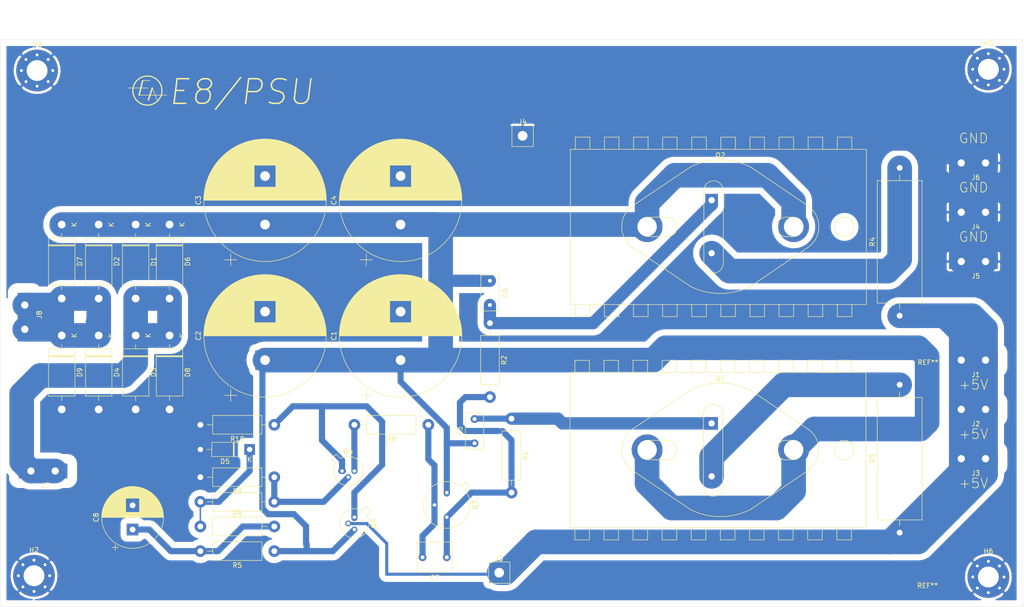
<source format=kicad_pcb>
(kicad_pcb (version 20171130) (host pcbnew "(5.1.10-1-10_14)")
  (layers (0 F.Cu signal) (31 B.Cu signal) (34 B.Paste user) (35 F.Paste user) (36 B.SilkS user) (37 F.SilkS user) (38 B.Mask user) (39 F.Mask user) (44 Edge.Cuts user))
  (net 0 "")
  (net 1 "Net-(C1-Pad1)")
  (net 2 "Net-(C5-Pad2)")
  (net 3 "Net-(C6-Pad2)")
  (net 4 "Net-(C7-Pad1)")
  (net 5 "Net-(C7-Pad2)")
  (net 6 "Net-(C8-Pad1)")
  (net 7 "Net-(D1-Pad2)")
  (net 8 "Net-(D2-Pad2)")
  (net 9 "Net-(D5-Pad1)")
  (net 10 +5V)
  (net 11 "Net-(Q1-Pad2)")
  (net 12 "Net-(Q2-Pad2)")
  (net 13 "Net-(Q4-Pad1)")
  (net 14 "Net-(Q4-Pad2)")
  (net 15 "Net-(Q4-Pad3)")
  (net 16 GND)
  (module Diode_THT:D_DO-201AD_P15.24mm_Horizontal (layer F.Cu) (at 40.64 106.68 270)
    (fp_text reference D9 (at 7.62 -3.72 90) (layer F.SilkS))
    (fp_text value 1N5404)
    (fp_text user K (at 0 -2.6 90) (layer F.SilkS))
    (pad 2 thru_hole oval (at 15.24 0 270) (size 3.2 3.2) (drill 1.6) (layers *.Cu *.Mask) (net 16 GND))
    (pad 1 thru_hole rect (at 0 0 270) (size 3.2 3.2) (drill 1.6) (layers *.Cu *.Mask) (net 8 "Net-(D2-Pad2)"))
  )
  (module Diode_THT:D_DO-201AD_P15.24mm_Horizontal (layer F.Cu) (at 62.865 106.68 270)
    (fp_text reference D8 (at 7.62 -3.72 90) (layer F.SilkS))
    (fp_text value 1N5404)
    (fp_text user K (at 0 -2.6 90) (layer F.SilkS))
    (pad 2 thru_hole oval (at 15.24 0 270) (size 3.2 3.2) (drill 1.6) (layers *.Cu *.Mask) (net 16 GND))
    (pad 1 thru_hole rect (at 0 0 270) (size 3.2 3.2) (drill 1.6) (layers *.Cu *.Mask) (net 7 "Net-(D1-Pad2)"))
  )
  (module Diode_THT:D_DO-201AD_P15.24mm_Horizontal (layer F.Cu) (at 40.64 83.82 270)
    (fp_text reference D7 (at 7.62 -3.72 90) (layer F.SilkS))
    (fp_text value 1N5404)
    (fp_text user K (at 0 -2.6 90) (layer F.SilkS))
    (pad 2 thru_hole oval (at 15.24 0 270) (size 3.2 3.2) (drill 1.6) (layers *.Cu *.Mask) (net 8 "Net-(D2-Pad2)"))
    (pad 1 thru_hole rect (at 0 0 270) (size 3.2 3.2) (drill 1.6) (layers *.Cu *.Mask) (net 1 "Net-(C1-Pad1)"))
  )
  (module Diode_THT:D_DO-201AD_P15.24mm_Horizontal (layer F.Cu) (at 62.865 83.82 270)
    (fp_text reference D6 (at 7.62 -3.72 90) (layer F.SilkS))
    (fp_text value 1N5404)
    (fp_text user K (at 0 -2.6 90) (layer F.SilkS))
    (pad 2 thru_hole oval (at 15.24 0 270) (size 3.2 3.2) (drill 1.6) (layers *.Cu *.Mask) (net 7 "Net-(D1-Pad2)"))
    (pad 1 thru_hole rect (at 0 0 270) (size 3.2 3.2) (drill 1.6) (layers *.Cu *.Mask) (net 1 "Net-(C1-Pad1)"))
  )
  (module Diode_THT:D_DO-41_SOD81_P10.16mm_Horizontal (layer F.Cu) (at 79.375 130.175 180)
    (fp_text reference D5 (at 5.08 -2.47) (layer F.SilkS))
    (fp_text value 5.6V)
    (fp_text user K (at 0 -2.1) (layer F.SilkS))
    (pad 2 thru_hole oval (at 10.16 0 180) (size 2.2 2.2) (drill 1.1) (layers *.Cu *.Mask) (net 16 GND))
    (pad 1 thru_hole rect (at 0 0 180) (size 2.2 2.2) (drill 1.1) (layers *.Cu *.Mask) (net 9 "Net-(D5-Pad1)"))
  )
  (module dBSound_library:QC_Terminal_PCB_W6.3mm_P5mm_ (layer F.Cu) (at 33.02 105.41 90)
    (fp_text reference J8 (at 3 3 90) (layer F.SilkS))
    (fp_text value Conn_01x01_Male)
    (pad 1 thru_hole rect (at 5 0 90) (size 5 3) (drill 1.5) (layers *.Cu *.Mask) (net 8 "Net-(D2-Pad2)") (clearance 2))
    (pad 1 thru_hole rect (at 0 0 90) (size 5 3) (drill 1.5) (layers *.Cu *.Mask) (net 8 "Net-(D2-Pad2)") (clearance 2))
  )
  (module dBSound_library:QC_Terminal_PCB_W6.3mm_P5mm_ (layer F.Cu) (at 34.29 134.62)
    (fp_text reference J7 (at 3 3) (layer F.SilkS))
    (fp_text value Conn_01x01_Male)
    (pad 1 thru_hole rect (at 5 0) (size 5 3) (drill 1.5) (layers *.Cu *.Mask) (net 7 "Net-(D1-Pad2)") (clearance 2))
    (pad 1 thru_hole rect (at 0 0) (size 5 3) (drill 1.5) (layers *.Cu *.Mask) (net 7 "Net-(D1-Pad2)") (clearance 2))
  )
  (module dBSound_library:QC_Terminal_PCB_W6.3mm_P5mm_ (layer F.Cu) (at 226.06 71.12)
    (fp_text reference J6 (at 3 3) (layer F.SilkS))
    (fp_text value Conn_01x01_Male)
    (pad 1 thru_hole rect (at 5 0) (size 5 3) (drill 1.5) (layers *.Cu *.Mask) (net 16 GND) (clearance 2))
    (pad 1 thru_hole rect (at 0 0) (size 5 3) (drill 1.5) (layers *.Cu *.Mask) (net 16 GND) (clearance 2))
  )
  (module dBSound_library:QC_Terminal_PCB_W6.3mm_P5mm_ (layer F.Cu) (at 226.06 91.44)
    (fp_text reference J5 (at 3 3) (layer F.SilkS))
    (fp_text value Conn_01x01_Male)
    (pad 1 thru_hole rect (at 5 0) (size 5 3) (drill 1.5) (layers *.Cu *.Mask) (net 16 GND) (clearance 2))
    (pad 1 thru_hole rect (at 0 0) (size 5 3) (drill 1.5) (layers *.Cu *.Mask) (net 16 GND) (clearance 2))
  )
  (module dBSound_library:QC_Terminal_PCB_W6.3mm_P5mm_ (layer F.Cu) (at 226.06 81.28)
    (fp_text reference J4 (at 3 3) (layer F.SilkS))
    (fp_text value Conn_01x01_Male)
    (pad 1 thru_hole rect (at 5 0) (size 5 3) (drill 1.5) (layers *.Cu *.Mask) (net 16 GND) (clearance 2))
    (pad 1 thru_hole rect (at 0 0) (size 5 3) (drill 1.5) (layers *.Cu *.Mask) (net 16 GND) (clearance 2))
  )
  (module dBSound_library:QC_Terminal_PCB_W6.3mm_P5mm_ (layer F.Cu) (at 226.06 132.08)
    (fp_text reference J3 (at 3 3) (layer F.SilkS))
    (fp_text value Conn_01x01_Male)
    (pad 1 thru_hole rect (at 5 0) (size 5 3) (drill 1.5) (layers *.Cu *.Mask) (net 10 +5V) (clearance 2))
    (pad 1 thru_hole rect (at 0 0) (size 5 3) (drill 1.5) (layers *.Cu *.Mask) (net 10 +5V) (clearance 2))
  )
  (module dBSound_library:QC_Terminal_PCB_W6.3mm_P5mm_ (layer F.Cu) (at 226.06 121.92)
    (fp_text reference J2 (at 3 3) (layer F.SilkS))
    (fp_text value Conn_01x01_Male)
    (pad 1 thru_hole rect (at 5 0) (size 5 3) (drill 1.5) (layers *.Cu *.Mask) (net 10 +5V) (clearance 2))
    (pad 1 thru_hole rect (at 0 0) (size 5 3) (drill 1.5) (layers *.Cu *.Mask) (net 10 +5V) (clearance 2))
  )
  (module dBSound_library:QC_Terminal_PCB_W6.3mm_P5mm_ (layer F.Cu) (at 226.06 111.76)
    (fp_text reference J1 (at 3 3) (layer F.SilkS))
    (fp_text value Conn_01x01_Male)
    (pad 1 thru_hole rect (at 5 0) (size 5 3) (drill 1.5) (layers *.Cu *.Mask) (net 10 +5V) (clearance 2))
    (pad 1 thru_hole rect (at 0 0) (size 5 3) (drill 1.5) (layers *.Cu *.Mask) (net 10 +5V) (clearance 2))
  )
  (module EDUC-8:EA_Symbol (layer F.Cu) (at 58.3 56.2)
    (fp_text reference REF** hide)
    (fp_text value EA_Symbol hide)
  )
  (module Heatsink:TO-3_Heatsink (layer F.Cu) (at 206.4 130.3 180)
    (fp_text reference REF** (at -12.7 -27.94) (layer F.SilkS))
    (fp_text value TO-3_Heatsink)
    (pad "" np_thru_hole circle (at 4.5 0 180) (size 3.2 3.2) (drill 3.2) (layers *.Cu *.Mask))
  )
  (module Heatsink:TO-3_Heatsink (layer F.Cu) (at 206.5 84.3 180)
    (fp_text reference REF** (at -12.7 -27.94) (layer F.SilkS))
    (fp_text value TO-3_Heatsink)
    (pad "" np_thru_hole circle (at 4.5 0 180) (size 3.2 3.2) (drill 3.2) (layers *.Cu *.Mask))
  )
  (module MountingHole:MountingHole_4.3mm_M4_Pad_Via (layer F.Cu) (at 231.648 156.464)
    (fp_text reference H6 (at 0 -5.3) (layer F.SilkS))
    (fp_text value MountingHole_Pad)
    (pad 1 thru_hole circle (at 2.280419 -2.280419) (size 0.9 0.9) (drill 0.6) (layers *.Cu *.Mask) (net 16 GND))
    (pad 1 thru_hole circle (at 0 -3.225) (size 0.9 0.9) (drill 0.6) (layers *.Cu *.Mask) (net 16 GND))
    (pad 1 thru_hole circle (at -2.280419 -2.280419) (size 0.9 0.9) (drill 0.6) (layers *.Cu *.Mask) (net 16 GND))
    (pad 1 thru_hole circle (at -3.225 0) (size 0.9 0.9) (drill 0.6) (layers *.Cu *.Mask) (net 16 GND))
    (pad 1 thru_hole circle (at -2.280419 2.280419) (size 0.9 0.9) (drill 0.6) (layers *.Cu *.Mask) (net 16 GND))
    (pad 1 thru_hole circle (at 0 3.225) (size 0.9 0.9) (drill 0.6) (layers *.Cu *.Mask) (net 16 GND))
    (pad 1 thru_hole circle (at 2.280419 2.280419) (size 0.9 0.9) (drill 0.6) (layers *.Cu *.Mask) (net 16 GND))
    (pad 1 thru_hole circle (at 3.225 0) (size 0.9 0.9) (drill 0.6) (layers *.Cu *.Mask) (net 16 GND))
    (pad 1 thru_hole circle (at 0 0) (size 8.6 8.6) (drill 4.3) (layers *.Cu *.Mask) (net 16 GND))
  )
  (module MountingHole:MountingHole_4.3mm_M4_Pad_Via (layer F.Cu) (at 231.648 51.816)
    (fp_text reference H5 (at 0 -5.3) (layer F.SilkS))
    (fp_text value MountingHole_Pad)
    (pad 1 thru_hole circle (at 2.280419 -2.280419) (size 0.9 0.9) (drill 0.6) (layers *.Cu *.Mask) (net 16 GND))
    (pad 1 thru_hole circle (at 0 -3.225) (size 0.9 0.9) (drill 0.6) (layers *.Cu *.Mask) (net 16 GND))
    (pad 1 thru_hole circle (at -2.280419 -2.280419) (size 0.9 0.9) (drill 0.6) (layers *.Cu *.Mask) (net 16 GND))
    (pad 1 thru_hole circle (at -3.225 0) (size 0.9 0.9) (drill 0.6) (layers *.Cu *.Mask) (net 16 GND))
    (pad 1 thru_hole circle (at -2.280419 2.280419) (size 0.9 0.9) (drill 0.6) (layers *.Cu *.Mask) (net 16 GND))
    (pad 1 thru_hole circle (at 0 3.225) (size 0.9 0.9) (drill 0.6) (layers *.Cu *.Mask) (net 16 GND))
    (pad 1 thru_hole circle (at 2.280419 2.280419) (size 0.9 0.9) (drill 0.6) (layers *.Cu *.Mask) (net 16 GND))
    (pad 1 thru_hole circle (at 3.225 0) (size 0.9 0.9) (drill 0.6) (layers *.Cu *.Mask) (net 16 GND))
    (pad 1 thru_hole circle (at 0 0) (size 8.6 8.6) (drill 4.3) (layers *.Cu *.Mask) (net 16 GND))
  )
  (module MountingHole:MountingHole_4.3mm_M4_Pad_Via (layer F.Cu) (at 35.56 52.07)
    (fp_text reference H3 (at 0 -5.3) (layer F.SilkS))
    (fp_text value MountingHole_Pad)
    (pad 1 thru_hole circle (at 2.280419 -2.280419) (size 0.9 0.9) (drill 0.6) (layers *.Cu *.Mask) (net 16 GND))
    (pad 1 thru_hole circle (at 0 -3.225) (size 0.9 0.9) (drill 0.6) (layers *.Cu *.Mask) (net 16 GND))
    (pad 1 thru_hole circle (at -2.280419 -2.280419) (size 0.9 0.9) (drill 0.6) (layers *.Cu *.Mask) (net 16 GND))
    (pad 1 thru_hole circle (at -3.225 0) (size 0.9 0.9) (drill 0.6) (layers *.Cu *.Mask) (net 16 GND))
    (pad 1 thru_hole circle (at -2.280419 2.280419) (size 0.9 0.9) (drill 0.6) (layers *.Cu *.Mask) (net 16 GND))
    (pad 1 thru_hole circle (at 0 3.225) (size 0.9 0.9) (drill 0.6) (layers *.Cu *.Mask) (net 16 GND))
    (pad 1 thru_hole circle (at 2.280419 2.280419) (size 0.9 0.9) (drill 0.6) (layers *.Cu *.Mask) (net 16 GND))
    (pad 1 thru_hole circle (at 3.225 0) (size 0.9 0.9) (drill 0.6) (layers *.Cu *.Mask) (net 16 GND))
    (pad 1 thru_hole circle (at 0 0) (size 8.6 8.6) (drill 4.3) (layers *.Cu *.Mask) (net 16 GND))
  )
  (module MountingHole:MountingHole_4.3mm_M4_Pad_Via (layer F.Cu) (at 34.925 156.21)
    (fp_text reference H2 (at 0 -5.3) (layer F.SilkS))
    (fp_text value MountingHole_Pad)
    (pad 1 thru_hole circle (at 2.280419 -2.280419) (size 0.9 0.9) (drill 0.6) (layers *.Cu *.Mask) (net 16 GND))
    (pad 1 thru_hole circle (at 0 -3.225) (size 0.9 0.9) (drill 0.6) (layers *.Cu *.Mask) (net 16 GND))
    (pad 1 thru_hole circle (at -2.280419 -2.280419) (size 0.9 0.9) (drill 0.6) (layers *.Cu *.Mask) (net 16 GND))
    (pad 1 thru_hole circle (at -3.225 0) (size 0.9 0.9) (drill 0.6) (layers *.Cu *.Mask) (net 16 GND))
    (pad 1 thru_hole circle (at -2.280419 2.280419) (size 0.9 0.9) (drill 0.6) (layers *.Cu *.Mask) (net 16 GND))
    (pad 1 thru_hole circle (at 0 3.225) (size 0.9 0.9) (drill 0.6) (layers *.Cu *.Mask) (net 16 GND))
    (pad 1 thru_hole circle (at 2.280419 2.280419) (size 0.9 0.9) (drill 0.6) (layers *.Cu *.Mask) (net 16 GND))
    (pad 1 thru_hole circle (at 3.225 0) (size 0.9 0.9) (drill 0.6) (layers *.Cu *.Mask) (net 16 GND))
    (pad 1 thru_hole circle (at 0 0) (size 8.6 8.6) (drill 4.3) (layers *.Cu *.Mask) (net 16 GND))
  )
  (module Package_TO_SOT_THT:TO-3 (layer F.Cu) (at 174.6 124.8)
    (fp_text reference Q1 (at 1.8 -9.25) (layer F.SilkS))
    (fp_text value 2N3055)
    (pad 3 thru_hole circle (at 16.9 5.45) (size 6.35 6.35) (drill 4) (layers *.Cu *.Mask) (net 1 "Net-(C1-Pad1)"))
    (pad 3 thru_hole circle (at -13.3 5.45) (size 6.35 6.35) (drill 4) (layers *.Cu *.Mask) (net 1 "Net-(C1-Pad1)"))
    (pad 2 thru_hole circle (at 0 10.92) (size 2.6 2.6) (drill 1.3) (layers *.Cu *.Mask) (net 11 "Net-(Q1-Pad2)"))
    (pad 1 thru_hole rect (at 0 0) (size 2.6 2.6) (drill 1.3) (layers *.Cu *.Mask) (net 2 "Net-(C5-Pad2)"))
  )
  (module Package_TO_SOT_THT:TO-3 (layer F.Cu) (at 174.6 78.8)
    (fp_text reference Q2 (at 1.8 -9.25) (layer F.SilkS))
    (fp_text value 2N3055)
    (pad 3 thru_hole circle (at 16.9 5.45) (size 6.35 6.35) (drill 4) (layers *.Cu *.Mask) (net 1 "Net-(C1-Pad1)"))
    (pad 3 thru_hole circle (at -13.3 5.45) (size 6.35 6.35) (drill 4) (layers *.Cu *.Mask) (net 1 "Net-(C1-Pad1)"))
    (pad 2 thru_hole circle (at 0 10.92) (size 2.6 2.6) (drill 1.3) (layers *.Cu *.Mask) (net 12 "Net-(Q2-Pad2)"))
    (pad 1 thru_hole rect (at 0 0) (size 2.6 2.6) (drill 1.3) (layers *.Cu *.Mask) (net 3 "Net-(C6-Pad2)"))
  )
  (module Package_TO_SOT_THT:TO-18-3 (layer F.Cu) (at 98.425 134.62)
    (fp_text reference Q4 (at 1.27 -4.02) (layer F.SilkS))
    (fp_text value BC108)
    (pad 3 thru_hole oval (at 2.54 0) (size 1.2 1.2) (drill 0.7) (layers *.Cu *.Mask) (net 15 "Net-(Q4-Pad3)"))
    (pad 2 thru_hole oval (at 1.27 1.27) (size 1.2 1.2) (drill 0.7) (layers *.Cu *.Mask) (net 14 "Net-(Q4-Pad2)"))
    (pad 1 thru_hole oval (at 0 0) (size 1.6 1.2) (drill 0.7) (layers *.Cu *.Mask) (net 13 "Net-(Q4-Pad1)"))
  )
  (module Capacitor_THT:CP_Radial_D25.0mm_P10.00mm_SnapIn (layer F.Cu) (at 110.49 111.76 90)
    (fp_text reference C1 (at 5 -13.75 90) (layer F.SilkS))
    (fp_text value 4700uF)
    (pad 2 thru_hole circle (at 10 0 90) (size 4 4) (drill 2) (layers *.Cu *.Mask) (net 16 GND))
    (pad 1 thru_hole rect (at 0 0 90) (size 4 4) (drill 2) (layers *.Cu *.Mask) (net 1 "Net-(C1-Pad1)"))
  )
  (module Capacitor_THT:CP_Radial_D25.0mm_P10.00mm_SnapIn (layer F.Cu) (at 82.55 111.76 90)
    (fp_text reference C2 (at 5 -13.75 90) (layer F.SilkS))
    (fp_text value 4700uF)
    (pad 2 thru_hole circle (at 10 0 90) (size 4 4) (drill 2) (layers *.Cu *.Mask) (net 16 GND))
    (pad 1 thru_hole rect (at 0 0 90) (size 4 4) (drill 2) (layers *.Cu *.Mask) (net 1 "Net-(C1-Pad1)"))
  )
  (module Capacitor_THT:CP_Radial_D25.0mm_P10.00mm_SnapIn (layer F.Cu) (at 82.55 83.82 90)
    (fp_text reference C3 (at 5 -13.75 90) (layer F.SilkS))
    (fp_text value 4700uF)
    (pad 2 thru_hole circle (at 10 0 90) (size 4 4) (drill 2) (layers *.Cu *.Mask) (net 16 GND))
    (pad 1 thru_hole rect (at 0 0 90) (size 4 4) (drill 2) (layers *.Cu *.Mask) (net 1 "Net-(C1-Pad1)"))
  )
  (module Capacitor_THT:CP_Radial_D25.0mm_P10.00mm_SnapIn (layer F.Cu) (at 110.49 83.82 90)
    (fp_text reference C4 (at 5 -13.75 90) (layer F.SilkS))
    (fp_text value 4700uF)
    (pad 2 thru_hole circle (at 10 0 90) (size 4 4) (drill 2) (layers *.Cu *.Mask) (net 16 GND))
    (pad 1 thru_hole rect (at 0 0 90) (size 4 4) (drill 2) (layers *.Cu *.Mask) (net 1 "Net-(C1-Pad1)"))
  )
  (module Capacitor_THT:C_Rect_L7.2mm_W3.5mm_P5.00mm_FKS2_FKP2_MKS2_MKP2 (layer F.Cu) (at 125.73 128.905 90)
    (fp_text reference C5 (at 2.5 -3 90) (layer F.SilkS))
    (fp_text value 47nF)
    (pad 2 thru_hole circle (at 5 0 90) (size 1.6 1.6) (drill 0.8) (layers *.Cu *.Mask) (net 2 "Net-(C5-Pad2)"))
    (pad 1 thru_hole circle (at 0 0 90) (size 1.6 1.6) (drill 0.8) (layers *.Cu *.Mask) (net 1 "Net-(C1-Pad1)"))
  )
  (module Capacitor_THT:C_Rect_L7.2mm_W3.5mm_P5.00mm_FKS2_FKP2_MKS2_MKP2 (layer F.Cu) (at 128.9 95.4 270)
    (fp_text reference C6 (at 2.5 -3 90) (layer F.SilkS))
    (fp_text value 47nF)
    (pad 2 thru_hole circle (at 5 0 270) (size 1.6 1.6) (drill 0.8) (layers *.Cu *.Mask) (net 3 "Net-(C6-Pad2)"))
    (pad 1 thru_hole circle (at 0 0 270) (size 1.6 1.6) (drill 0.8) (layers *.Cu *.Mask) (net 1 "Net-(C1-Pad1)"))
  )
  (module Capacitor_THT:C_Rect_L7.0mm_W6.0mm_P5.00mm (layer F.Cu) (at 120.015 152.4 180)
    (fp_text reference C7 (at 2.5 -4.25) (layer F.SilkS))
    (fp_text value C)
    (pad 2 thru_hole circle (at 5 0 180) (size 1.6 1.6) (drill 0.8) (layers *.Cu *.Mask) (net 5 "Net-(C7-Pad2)"))
    (pad 1 thru_hole circle (at 0 0 180) (size 1.6 1.6) (drill 0.8) (layers *.Cu *.Mask) (net 4 "Net-(C7-Pad1)"))
  )
  (module Capacitor_THT:CP_Radial_D12.5mm_P5.00mm (layer F.Cu) (at 55.245 146.685 90)
    (fp_text reference C8 (at 2.5 -7.5 90) (layer F.SilkS))
    (fp_text value CP)
    (pad 2 thru_hole circle (at 5 0 90) (size 2.4 2.4) (drill 1.2) (layers *.Cu *.Mask) (net 16 GND))
    (pad 1 thru_hole rect (at 0 0 90) (size 2.4 2.4) (drill 1.2) (layers *.Cu *.Mask) (net 6 "Net-(C8-Pad1)"))
  )
  (module Diode_THT:D_DO-201AD_P15.24mm_Horizontal (layer F.Cu) (at 55.88 83.82 270)
    (fp_text reference D1 (at 7.62 -3.72 90) (layer F.SilkS))
    (fp_text value 1N5404)
    (fp_text user K (at 0 -2.6 90) (layer F.SilkS))
    (pad 2 thru_hole oval (at 15.24 0 270) (size 3.2 3.2) (drill 1.6) (layers *.Cu *.Mask) (net 7 "Net-(D1-Pad2)"))
    (pad 1 thru_hole rect (at 0 0 270) (size 3.2 3.2) (drill 1.6) (layers *.Cu *.Mask) (net 1 "Net-(C1-Pad1)"))
  )
  (module Diode_THT:D_DO-201AD_P15.24mm_Horizontal (layer F.Cu) (at 48.26 83.82 270)
    (fp_text reference D2 (at 7.62 -3.72 90) (layer F.SilkS))
    (fp_text value 1N5404)
    (fp_text user K (at 0 -2.6 90) (layer F.SilkS))
    (pad 2 thru_hole oval (at 15.24 0 270) (size 3.2 3.2) (drill 1.6) (layers *.Cu *.Mask) (net 8 "Net-(D2-Pad2)"))
    (pad 1 thru_hole rect (at 0 0 270) (size 3.2 3.2) (drill 1.6) (layers *.Cu *.Mask) (net 1 "Net-(C1-Pad1)"))
  )
  (module Diode_THT:D_DO-201AD_P15.24mm_Horizontal (layer F.Cu) (at 55.88 106.68 270)
    (fp_text reference D3 (at 7.62 -3.72 90) (layer F.SilkS))
    (fp_text value 1N5404)
    (fp_text user K (at 0 -2.6 90) (layer F.SilkS))
    (pad 2 thru_hole oval (at 15.24 0 270) (size 3.2 3.2) (drill 1.6) (layers *.Cu *.Mask) (net 16 GND))
    (pad 1 thru_hole rect (at 0 0 270) (size 3.2 3.2) (drill 1.6) (layers *.Cu *.Mask) (net 7 "Net-(D1-Pad2)"))
  )
  (module Diode_THT:D_DO-201AD_P15.24mm_Horizontal (layer F.Cu) (at 48.26 106.68 270)
    (fp_text reference D4 (at 7.62 -3.72 90) (layer F.SilkS))
    (fp_text value 1N5404)
    (fp_text user K (at 0 -2.6 90) (layer F.SilkS))
    (pad 2 thru_hole oval (at 15.24 0 270) (size 3.2 3.2) (drill 1.6) (layers *.Cu *.Mask) (net 16 GND))
    (pad 1 thru_hole rect (at 0 0 270) (size 3.2 3.2) (drill 1.6) (layers *.Cu *.Mask) (net 8 "Net-(D2-Pad2)"))
  )
  (module TestPoint:TestPoint_THTPad_4.0x4.0mm_Drill2.0mm (layer F.Cu) (at 130.81 155.575)
    (fp_text reference J3 (at 0 -2.898) (layer F.SilkS))
    (fp_text value Conn_01x01)
    (pad 1 thru_hole rect (at 0 0) (size 4 4) (drill 2) (layers *.Cu *.Mask) (net 10 +5V))
  )
  (module TestPoint:TestPoint_THTPad_4.0x4.0mm_Drill2.0mm (layer F.Cu) (at 135.636 65.532)
    (fp_text reference J4 (at 0 -2.898) (layer F.SilkS))
    (fp_text value Conn_01x01)
    (pad 1 thru_hole rect (at 0 0) (size 4 4) (drill 2) (layers *.Cu *.Mask) (net 16 GND))
  )
  (module Package_TO_SOT_THT:TO-39-3 (layer F.Cu) (at 120.015 139.065 270)
    (fp_text reference Q3 (at 2.54 -5.82 90) (layer F.SilkS))
    (fp_text value 2N4037)
    (pad 3 thru_hole oval (at 5.08 0 270) (size 1.2 1.2) (drill 0.7) (layers *.Cu *.Mask) (net 4 "Net-(C7-Pad1)"))
    (pad 2 thru_hole oval (at 2.54 2.54 270) (size 1.2 1.2) (drill 0.7) (layers *.Cu *.Mask) (net 5 "Net-(C7-Pad2)"))
    (pad 1 thru_hole oval (at 0 0 270) (size 1.6 1.2) (drill 0.7) (layers *.Cu *.Mask) (net 1 "Net-(C1-Pad1)"))
  )
  (module Package_TO_SOT_THT:TO-18-3 (layer F.Cu) (at 100.965 144.145 270)
    (fp_text reference Q5 (at 1.27 -4.02 90) (layer F.SilkS))
    (fp_text value BC108)
    (pad 3 thru_hole oval (at 2.54 0 270) (size 1.2 1.2) (drill 0.7) (layers *.Cu *.Mask) (net 1 "Net-(C1-Pad1)"))
    (pad 2 thru_hole oval (at 1.27 1.27 270) (size 1.2 1.2) (drill 0.7) (layers *.Cu *.Mask) (net 10 +5V))
    (pad 1 thru_hole oval (at 0 0 270) (size 1.6 1.2) (drill 0.7) (layers *.Cu *.Mask) (net 13 "Net-(Q4-Pad1)"))
  )
  (module Resistor_THT:R_Axial_DIN0411_L9.9mm_D3.6mm_P15.24mm_Horizontal (layer F.Cu) (at 133.35 123.825 270)
    (fp_text reference R1 (at 7.62 -2.92 90) (layer F.SilkS))
    (fp_text value 10R)
    (pad 2 thru_hole oval (at 15.24 0 270) (size 2.4 2.4) (drill 1.2) (layers *.Cu *.Mask) (net 4 "Net-(C7-Pad1)"))
    (pad 1 thru_hole circle (at 0 0 270) (size 2.4 2.4) (drill 1.2) (layers *.Cu *.Mask) (net 2 "Net-(C5-Pad2)"))
  )
  (module Resistor_THT:R_Axial_DIN0411_L9.9mm_D3.6mm_P15.24mm_Horizontal (layer F.Cu) (at 128.905 104.14 270)
    (fp_text reference R2 (at 7.62 -2.92 90) (layer F.SilkS))
    (fp_text value 10R)
    (pad 2 thru_hole oval (at 15.24 0 270) (size 2.4 2.4) (drill 1.2) (layers *.Cu *.Mask) (net 4 "Net-(C7-Pad1)"))
    (pad 1 thru_hole circle (at 0 0 270) (size 2.4 2.4) (drill 1.2) (layers *.Cu *.Mask) (net 3 "Net-(C6-Pad2)"))
  )
  (module Resistor_THT:R_Axial_Power_L25.0mm_W9.0mm_P30.48mm (layer F.Cu) (at 213.36 147.32 90)
    (fp_text reference R3 (at 15.24 -5.62 90) (layer F.SilkS))
    (fp_text value 0.33R)
    (pad 2 thru_hole oval (at 30.48 0 90) (size 2.4 2.4) (drill 1.2) (layers *.Cu *.Mask) (net 11 "Net-(Q1-Pad2)"))
    (pad 1 thru_hole circle (at 0 0 90) (size 2.4 2.4) (drill 1.2) (layers *.Cu *.Mask) (net 10 +5V))
  )
  (module Resistor_THT:R_Axial_Power_L25.0mm_W9.0mm_P30.48mm (layer F.Cu) (at 213.36 102.616 90)
    (fp_text reference R4 (at 15.24 -5.62 90) (layer F.SilkS))
    (fp_text value 0.33R)
    (pad 2 thru_hole oval (at 30.48 0 90) (size 2.4 2.4) (drill 1.2) (layers *.Cu *.Mask) (net 12 "Net-(Q2-Pad2)"))
    (pad 1 thru_hole circle (at 0 0 90) (size 2.4 2.4) (drill 1.2) (layers *.Cu *.Mask) (net 10 +5V))
  )
  (module Resistor_THT:R_Axial_DIN0411_L9.9mm_D3.6mm_P15.24mm_Horizontal (layer F.Cu) (at 84.455 151.13 180)
    (fp_text reference R5 (at 7.62 -2.92) (layer F.SilkS))
    (fp_text value R)
    (pad 2 thru_hole oval (at 15.24 0 180) (size 2.4 2.4) (drill 1.2) (layers *.Cu *.Mask) (net 6 "Net-(C8-Pad1)"))
    (pad 1 thru_hole circle (at 0 0 180) (size 2.4 2.4) (drill 1.2) (layers *.Cu *.Mask) (net 1 "Net-(C1-Pad1)"))
  )
  (module Resistor_THT:R_Axial_DIN0411_L9.9mm_D3.6mm_P15.24mm_Horizontal (layer F.Cu) (at 69.215 146.05)
    (fp_text reference R6 (at 7.62 -2.92) (layer F.SilkS))
    (fp_text value 100R)
    (pad 2 thru_hole oval (at 15.24 0) (size 2.4 2.4) (drill 1.2) (layers *.Cu *.Mask) (net 6 "Net-(C8-Pad1)"))
    (pad 1 thru_hole circle (at 0 0) (size 2.4 2.4) (drill 1.2) (layers *.Cu *.Mask) (net 9 "Net-(D5-Pad1)"))
  )
  (module Resistor_THT:R_Axial_DIN0411_L9.9mm_D3.6mm_P15.24mm_Horizontal (layer F.Cu) (at 84.455 140.97 180)
    (fp_text reference R7 (at 7.62 -2.92) (layer F.SilkS))
    (fp_text value 120R)
    (pad 2 thru_hole oval (at 15.24 0 180) (size 2.4 2.4) (drill 1.2) (layers *.Cu *.Mask) (net 9 "Net-(D5-Pad1)"))
    (pad 1 thru_hole circle (at 0 0 180) (size 2.4 2.4) (drill 1.2) (layers *.Cu *.Mask) (net 14 "Net-(Q4-Pad2)"))
  )
  (module Resistor_THT:R_Axial_DIN0411_L9.9mm_D3.6mm_P15.24mm_Horizontal (layer F.Cu) (at 116.205 125.095 180)
    (fp_text reference R8 (at 7.62 -2.92) (layer F.SilkS))
    (fp_text value R)
    (pad 2 thru_hole oval (at 15.24 0 180) (size 2.4 2.4) (drill 1.2) (layers *.Cu *.Mask) (net 15 "Net-(Q4-Pad3)"))
    (pad 1 thru_hole circle (at 0 0 180) (size 2.4 2.4) (drill 1.2) (layers *.Cu *.Mask) (net 5 "Net-(C7-Pad2)"))
  )
  (module Resistor_THT:R_Axial_DIN0411_L9.9mm_D3.6mm_P15.24mm_Horizontal (layer F.Cu) (at 84.455 135.89 180)
    (fp_text reference R9 (at 7.62 -2.92) (layer F.SilkS))
    (fp_text value 470R)
    (pad 2 thru_hole oval (at 15.24 0 180) (size 2.4 2.4) (drill 1.2) (layers *.Cu *.Mask) (net 16 GND))
    (pad 1 thru_hole circle (at 0 0 180) (size 2.4 2.4) (drill 1.2) (layers *.Cu *.Mask) (net 14 "Net-(Q4-Pad2)"))
  )
  (module Resistor_THT:R_Axial_DIN0411_L9.9mm_D3.6mm_P15.24mm_Horizontal (layer F.Cu) (at 84.455 125.095 180)
    (fp_text reference R10 (at 7.62 -2.92) (layer F.SilkS))
    (fp_text value R)
    (pad 2 thru_hole oval (at 15.24 0 180) (size 2.4 2.4) (drill 1.2) (layers *.Cu *.Mask) (net 16 GND))
    (pad 1 thru_hole circle (at 0 0 180) (size 2.4 2.4) (drill 1.2) (layers *.Cu *.Mask) (net 13 "Net-(Q4-Pad1)"))
  )
  (gr_text E8/PSU (at 77.6 56.5) (layer F.SilkS) (effects (font (size 5.08 5.08) (thickness 0.3) italic)))
  (gr_line (start 238.76 162.56) (end 27.94 162.56) (layer Edge.Cuts) (width 0.05))
  (gr_line (start 238.76 45.72) (end 238.76 162.56) (layer Edge.Cuts) (width 0.05))
  (gr_line (start 27.94 45.72) (end 238.76 45.72) (layer Edge.Cuts) (width 0.05))
  (gr_text GND (at 228.6 86.36) (layer F.SilkS) (effects (font (size 2 2))))
  (gr_text GND (at 228.6 66.04) (layer F.SilkS) (effects (font (size 2 2))))
  (gr_text GND (at 228.6 76.2) (layer F.SilkS) (effects (font (size 2 2))))
  (gr_text +5V (at 228.6 127) (layer F.SilkS) (effects (font (size 2 2))))
  (gr_text +5V (at 228.6 137.16) (layer F.SilkS) (effects (font (size 2 2))))
  (gr_text +5V (at 228.6 116.84) (layer F.SilkS) (effects (font (size 2 2))))
  (gr_line (start 27.94 162.56) (end 27.94 45.72) (layer Edge.Cuts) (width 0.05))
  (segment (start 82.55 111.76) (end 110.49 111.76) (width 2.54) (layer B.Cu) (net 1))
  (segment (start 118.745 111.76) (end 110.49 111.76) (width 3.81) (layer B.Cu) (net 1))
  (segment (start 117.475 83.82) (end 118.745 85.09) (width 3.81) (layer B.Cu) (net 1))
  (segment (start 55.88 83.82) (end 117.475 83.82) (width 5.08) (layer B.Cu) (net 1))
  (segment (start 110.49 114.395) (end 110.49 111.76) (width 0.635) (layer B.Cu) (net 1))
  (segment (start 84.455 151.13) (end 91.44 151.13) (width 0.3048) (layer B.Cu) (net 1))
  (segment (start 91.44 151.13) (end 96.52 151.13) (width 0.3048) (layer B.Cu) (net 1))
  (segment (start 118.745 111.76) (end 82.55 111.76) (width 5.08) (layer B.Cu) (net 1))
  (segment (start 119.09 95.4) (end 118.745 95.055) (width 2.54) (layer B.Cu) (net 1))
  (segment (start 128.9 95.4) (end 119.09 95.4) (width 2.54) (layer B.Cu) (net 1))
  (segment (start 118.745 95.055) (end 118.745 111.76) (width 5.08) (layer B.Cu) (net 1))
  (segment (start 118.745 85.09) (end 118.745 95.055) (width 5.08) (layer B.Cu) (net 1))
  (segment (start 125.73 128.905) (end 120.095 128.905) (width 1.27) (layer B.Cu) (net 1))
  (segment (start 120.095 128.905) (end 120.015 128.985) (width 1.27) (layer B.Cu) (net 1))
  (segment (start 120.015 139.065) (end 120.015 128.985) (width 1.27) (layer B.Cu) (net 1))
  (segment (start 100.965 146.685) (end 96.52 151.13) (width 1.27) (layer B.Cu) (net 1))
  (segment (start 96.52 151.13) (end 91.13 151.13) (width 1.27) (layer B.Cu) (net 1))
  (segment (start 91.13 151.13) (end 84.455 151.13) (width 1.27) (layer B.Cu) (net 1))
  (segment (start 48.26 83.82) (end 55.88 83.82) (width 5.08) (layer B.Cu) (net 1))
  (segment (start 91.13 149.713198) (end 91.13 151.13) (width 1.27) (layer B.Cu) (net 1))
  (segment (start 91 149.583198) (end 91.13 149.713198) (width 1.27) (layer B.Cu) (net 1))
  (segment (start 91 146) (end 91 149.583198) (width 1.27) (layer B.Cu) (net 1))
  (segment (start 88.51 143.51) (end 91 146) (width 1.27) (layer B.Cu) (net 1))
  (segment (start 82.005001 142.330001) (end 83.185 143.51) (width 1.27) (layer B.Cu) (net 1))
  (segment (start 83.185 143.51) (end 88.51 143.51) (width 1.27) (layer B.Cu) (net 1))
  (segment (start 82.005001 112.304999) (end 82.005001 142.330001) (width 1.27) (layer B.Cu) (net 1))
  (segment (start 82.55 111.76) (end 82.005001 112.304999) (width 1.27) (layer B.Cu) (net 1))
  (segment (start 110.49 116.205) (end 110.49 111.76) (width 1.27) (layer B.Cu) (net 1))
  (segment (start 120.015 125.73) (end 110.49 116.205) (width 1.27) (layer B.Cu) (net 1))
  (segment (start 120.015 128.985) (end 120.015 125.73) (width 1.27) (layer B.Cu) (net 1))
  (segment (start 160.87 83.82) (end 161.3 84.25) (width 5.08) (layer B.Cu) (net 1))
  (segment (start 110.49 83.82) (end 160.87 83.82) (width 5.08) (layer B.Cu) (net 1))
  (segment (start 161.3 84.25) (end 161.3 79.365) (width 5.08) (layer B.Cu) (net 1))
  (segment (start 161.3 79.365) (end 167.005 73.66) (width 5.08) (layer B.Cu) (net 1))
  (segment (start 167.005 73.66) (end 186.055 73.66) (width 5.08) (layer B.Cu) (net 1))
  (segment (start 191.5 79.105) (end 191.5 84.25) (width 5.08) (layer B.Cu) (net 1))
  (segment (start 186.055 73.66) (end 191.5 79.105) (width 5.08) (layer B.Cu) (net 1))
  (segment (start 161.3 130.25) (end 161.3 137.17) (width 5.08) (layer B.Cu) (net 1))
  (segment (start 161.3 137.17) (end 166.37 142.24) (width 5.08) (layer B.Cu) (net 1))
  (segment (start 166.37 142.24) (end 187.96 142.24) (width 5.08) (layer B.Cu) (net 1))
  (segment (start 191.5 138.7) (end 191.5 130.25) (width 5.08) (layer B.Cu) (net 1))
  (segment (start 187.96 142.24) (end 191.5 138.7) (width 5.08) (layer B.Cu) (net 1))
  (segment (start 195.790001 125.959999) (end 191.5 130.25) (width 5.08) (layer B.Cu) (net 1))
  (segment (start 219.019999 124.515001) (end 217.575001 125.959999) (width 5.08) (layer B.Cu) (net 1))
  (segment (start 217.575001 125.959999) (end 195.790001 125.959999) (width 5.08) (layer B.Cu) (net 1))
  (segment (start 165.1 109.22) (end 217.17 109.22) (width 5.08) (layer B.Cu) (net 1))
  (segment (start 219.019999 111.069999) (end 219.019999 124.515001) (width 5.08) (layer B.Cu) (net 1))
  (segment (start 217.17 109.22) (end 219.019999 111.069999) (width 5.08) (layer B.Cu) (net 1))
  (segment (start 162.56 111.76) (end 165.1 109.22) (width 5.08) (layer B.Cu) (net 1))
  (segment (start 110.49 111.76) (end 162.56 111.76) (width 5.08) (layer B.Cu) (net 1))
  (segment (start 40.64 83.82) (end 48.26 83.82) (width 5.08) (layer B.Cu) (net 1))
  (segment (start 125.81 123.825) (end 125.73 123.905) (width 1.27) (layer B.Cu) (net 2))
  (segment (start 133.35 123.825) (end 125.81 123.825) (width 1.27) (layer B.Cu) (net 2))
  (segment (start 133.35 123.825) (end 142.875 123.825) (width 2.54) (layer B.Cu) (net 2))
  (segment (start 143.85 124.8) (end 142.875 123.825) (width 2.54) (layer B.Cu) (net 2))
  (segment (start 174.6 124.8) (end 143.85 124.8) (width 2.54) (layer B.Cu) (net 2))
  (segment (start 174.6 78.8) (end 174.6 79.8) (width 2.54) (layer B.Cu) (net 3))
  (segment (start 174.6 78.8) (end 174.6 79.7) (width 2.54) (layer B.Cu) (net 3))
  (segment (start 150.16 104.14) (end 128.905 104.14) (width 2.54) (layer B.Cu) (net 3))
  (segment (start 174.6 79.7) (end 150.16 104.14) (width 2.54) (layer B.Cu) (net 3))
  (segment (start 128.9 104.135) (end 128.905 104.14) (width 2.54) (layer B.Cu) (net 3))
  (segment (start 128.9 100.4) (end 128.9 104.135) (width 2.54) (layer B.Cu) (net 3))
  (segment (start 120.015 144.145) (end 125.095 139.065) (width 1.27) (layer B.Cu) (net 4))
  (segment (start 120.015 152.4) (end 120.015 144.145) (width 1.27) (layer B.Cu) (net 4))
  (segment (start 125.095 139.065) (end 133.35 139.065) (width 1.27) (layer B.Cu) (net 4))
  (segment (start 133.35 128.27) (end 131.445 126.365) (width 1.27) (layer B.Cu) (net 4))
  (segment (start 133.35 139.065) (end 133.35 128.27) (width 1.27) (layer B.Cu) (net 4))
  (segment (start 123.825 126.365) (end 122.73 125.27) (width 1.27) (layer B.Cu) (net 4))
  (segment (start 130.635 126.365) (end 123.825 126.365) (width 1.27) (layer B.Cu) (net 4))
  (segment (start 130.635 126.365) (end 131.445 126.365) (width 0.635) (layer B.Cu) (net 4))
  (segment (start 122.73 125.27) (end 122.73 120.475) (width 1.27) (layer B.Cu) (net 4))
  (segment (start 122.73 120.475) (end 123.6025 119.6025) (width 1.27) (layer B.Cu) (net 4))
  (segment (start 123.825 119.38) (end 123.6025 119.6025) (width 0.635) (layer B.Cu) (net 4))
  (segment (start 123.825 119.38) (end 128.905 119.38) (width 1.27) (layer B.Cu) (net 4))
  (segment (start 117.475 141.605) (end 117.475 133.475) (width 1.27) (layer B.Cu) (net 5))
  (segment (start 117.475 133.475) (end 116.205 132.205) (width 1.27) (layer B.Cu) (net 5))
  (segment (start 116.205 125.095) (end 116.205 132.205) (width 1.27) (layer B.Cu) (net 5))
  (segment (start 115.015 152.4) (end 115.015 147.985) (width 1.27) (layer B.Cu) (net 5))
  (segment (start 115.015 147.985) (end 117.475 145.525) (width 1.27) (layer B.Cu) (net 5))
  (segment (start 117.475 145.525) (end 117.475 141.605) (width 1.27) (layer B.Cu) (net 5))
  (segment (start 69.215 151.13) (end 72.87 151.13) (width 1.27) (layer B.Cu) (net 6))
  (segment (start 77.95 146.05) (end 84.455 146.05) (width 1.27) (layer B.Cu) (net 6))
  (segment (start 72.87 151.13) (end 77.95 146.05) (width 1.27) (layer B.Cu) (net 6))
  (segment (start 55.245 146.685) (end 58.685 146.685) (width 1.27) (layer B.Cu) (net 6))
  (segment (start 63.13 151.13) (end 69.215 151.13) (width 1.27) (layer B.Cu) (net 6))
  (segment (start 58.685 146.685) (end 63.13 151.13) (width 1.27) (layer B.Cu) (net 6))
  (segment (start 55.88 99.06) (end 55.88 106.68) (width 5.08) (layer B.Cu) (net 7))
  (segment (start 55.88 99.06) (end 62.865 99.06) (width 5.08) (layer B.Cu) (net 7))
  (segment (start 55.88 106.68) (end 62.865 106.68) (width 5.08) (layer B.Cu) (net 7))
  (segment (start 55.88 106.68) (end 55.88 112.395) (width 5.08) (layer B.Cu) (net 7))
  (segment (start 55.88 112.395) (end 53.34 114.935) (width 5.08) (layer B.Cu) (net 7))
  (segment (start 53.34 114.935) (end 36.195 114.935) (width 5.08) (layer B.Cu) (net 7))
  (segment (start 36.195 114.935) (end 32.385 118.745) (width 5.08) (layer B.Cu) (net 7))
  (segment (start 32.385 132.715) (end 34.29 134.62) (width 5.08) (layer B.Cu) (net 7))
  (segment (start 32.385 118.745) (end 32.385 132.715) (width 5.08) (layer B.Cu) (net 7))
  (segment (start 34.29 134.62) (end 39.29 134.62) (width 5.08) (layer B.Cu) (net 7))
  (segment (start 62.865 99.06) (end 62.865 106.68) (width 5.08) (layer B.Cu) (net 7))
  (segment (start 48.12 104) (end 48.26 104.14) (width 5.08) (layer B.Cu) (net 8))
  (segment (start 48.26 104.14) (end 48.26 106.68) (width 2.54) (layer B.Cu) (net 8))
  (segment (start 48.26 99.06) (end 48.26 104.14) (width 2.54) (layer B.Cu) (net 8))
  (segment (start 48.26 106.68) (end 48.26 99.06) (width 5.08) (layer B.Cu) (net 8))
  (segment (start 40.64 99.06) (end 40.64 106.68) (width 5.08) (layer B.Cu) (net 8))
  (segment (start 40.64 99.06) (end 48.26 99.06) (width 5.08) (layer B.Cu) (net 8))
  (segment (start 39.37 105.41) (end 40.64 106.68) (width 5.08) (layer B.Cu) (net 8))
  (segment (start 33.02 105.41) (end 39.37 105.41) (width 5.08) (layer B.Cu) (net 8))
  (segment (start 39.29 100.41) (end 40.64 99.06) (width 5.08) (layer B.Cu) (net 8))
  (segment (start 33.02 100.41) (end 39.29 100.41) (width 5.08) (layer B.Cu) (net 8))
  (segment (start 40.64 106.68) (end 48.26 106.68) (width 5.08) (layer B.Cu) (net 8))
  (segment (start 69.215 146.05) (end 69.215 140.97) (width 0.3048) (layer B.Cu) (net 9))
  (segment (start 79.375 130.175) (end 79.375 134.625) (width 1.27) (layer B.Cu) (net 9))
  (segment (start 73.03 140.97) (end 69.215 140.97) (width 1.27) (layer B.Cu) (net 9))
  (segment (start 79.375 134.625) (end 73.03 140.97) (width 1.27) (layer B.Cu) (net 9))
  (segment (start 99.695 145.415) (end 103.505 145.415) (width 0.3048) (layer B.Cu) (net 10))
  (segment (start 103.505 145.415) (end 106.68 148.59) (width 0.3048) (layer B.Cu) (net 10))
  (segment (start 131.1275 155.8925) (end 107.6325 155.8925) (width 0.635) (layer B.Cu) (net 10))
  (segment (start 107.6325 155.8925) (end 107.6325 149.5425) (width 0.635) (layer B.Cu) (net 10))
  (segment (start 100.591038 145.46251) (end 103.55251 145.46251) (width 0.635) (layer B.Cu) (net 10))
  (segment (start 100.543528 145.415) (end 100.591038 145.46251) (width 0.635) (layer B.Cu) (net 10))
  (segment (start 99.695 145.415) (end 100.543528 145.415) (width 0.635) (layer B.Cu) (net 10))
  (segment (start 103.8225 145.7325) (end 103.505 145.415) (width 0.635) (layer B.Cu) (net 10))
  (segment (start 103.55251 145.46251) (end 103.8225 145.7325) (width 0.635) (layer B.Cu) (net 10))
  (segment (start 107.6325 149.5425) (end 103.8225 145.7325) (width 0.635) (layer B.Cu) (net 10))
  (segment (start 130.81 155.575) (end 132.08 155.575) (width 5.08) (layer B.Cu) (net 10))
  (segment (start 132.08 155.575) (end 138.43 149.225) (width 5.08) (layer B.Cu) (net 10))
  (segment (start 211.455 149.225) (end 213.36 147.32) (width 5.08) (layer B.Cu) (net 10))
  (segment (start 138.43 149.225) (end 211.455 149.225) (width 5.08) (layer B.Cu) (net 10))
  (segment (start 226.06 134.62) (end 213.36 147.32) (width 5.08) (layer B.Cu) (net 10))
  (segment (start 226.06 111.76) (end 226.06 134.62) (width 5.08) (layer B.Cu) (net 10))
  (segment (start 231.06 111.76) (end 231.06 132.08) (width 5.08) (layer B.Cu) (net 10))
  (segment (start 213.36 102.616) (end 222.631 102.616) (width 5.08) (layer B.Cu) (net 10))
  (segment (start 226.06 106.045) (end 226.06 111.76) (width 5.08) (layer B.Cu) (net 10))
  (segment (start 222.631 102.616) (end 226.06 106.045) (width 5.08) (layer B.Cu) (net 10))
  (segment (start 222.631 102.616) (end 228.346 102.616) (width 5.08) (layer B.Cu) (net 10))
  (segment (start 231.06 105.33) (end 231.06 111.76) (width 5.08) (layer B.Cu) (net 10))
  (segment (start 228.346 102.616) (end 231.06 105.33) (width 5.08) (layer B.Cu) (net 10))
  (segment (start 231.06 132.08) (end 231.06 135.335) (width 5.08) (layer B.Cu) (net 10))
  (segment (start 217.17 149.225) (end 211.455 149.225) (width 5.08) (layer B.Cu) (net 10))
  (segment (start 231.06 135.335) (end 217.17 149.225) (width 5.08) (layer B.Cu) (net 10))
  (segment (start 174.6 135.72) (end 174.6 131.7) (width 5.08) (layer B.Cu) (net 11))
  (segment (start 189.46 116.84) (end 213.36 116.84) (width 5.08) (layer B.Cu) (net 11))
  (segment (start 174.6 131.7) (end 189.46 116.84) (width 5.08) (layer B.Cu) (net 11))
  (segment (start 174.6 89.72) (end 178.28 93.4) (width 5.08) (layer B.Cu) (net 12))
  (segment (start 178.28 93.4) (end 210.9 93.4) (width 5.08) (layer B.Cu) (net 12))
  (segment (start 213.36 90.94) (end 213.36 72.136) (width 5.08) (layer B.Cu) (net 12))
  (segment (start 210.9 93.4) (end 213.36 90.94) (width 5.08) (layer B.Cu) (net 12))
  (segment (start 98.425 133.385) (end 98.425 134.62) (width 0.635) (layer B.Cu) (net 13))
  (segment (start 100.965 139.065) (end 106.68 133.35) (width 1.27) (layer B.Cu) (net 13))
  (segment (start 100.965 144.145) (end 100.965 139.065) (width 1.27) (layer B.Cu) (net 13))
  (segment (start 106.68 124.46) (end 103.505 121.285) (width 1.27) (layer B.Cu) (net 13))
  (segment (start 106.68 133.35) (end 106.68 124.46) (width 1.27) (layer B.Cu) (net 13))
  (segment (start 88.265 121.285) (end 84.455 125.095) (width 1.27) (layer B.Cu) (net 13))
  (segment (start 98.425 134.62) (end 98.425 132.425) (width 1.27) (layer B.Cu) (net 13))
  (segment (start 98.425 132.425) (end 94.285 128.285) (width 1.27) (layer B.Cu) (net 13))
  (segment (start 94.285 128.285) (end 94.285 121.285) (width 1.27) (layer B.Cu) (net 13))
  (segment (start 94.285 121.285) (end 88.265 121.285) (width 1.27) (layer B.Cu) (net 13))
  (segment (start 103.505 121.285) (end 94.285 121.285) (width 1.27) (layer B.Cu) (net 13))
  (segment (start 84.455 135.89) (end 84.455 140.97) (width 1.27) (layer B.Cu) (net 14))
  (segment (start 94.615 140.97) (end 99.695 135.89) (width 1.27) (layer B.Cu) (net 14))
  (segment (start 84.455 140.97) (end 94.615 140.97) (width 1.27) (layer B.Cu) (net 14))
  (segment (start 100.965 125.095) (end 100.965 134.62) (width 1.27) (layer B.Cu) (net 15))
  (segment (start 82.55 101.76) (end 79.721573 101.76) (width 3.81) (layer B.Cu) (net 16))
  (segment (start 57.479999 120.320001) (end 58.114999 120.320001) (width 2.54) (layer B.Cu) (net 16))
  (segment (start 55.88 121.92) (end 57.479999 120.320001) (width 2.54) (layer B.Cu) (net 16))
  (segment (start 69.215 135.89) (end 69.215 130.175) (width 0.635) (layer B.Cu) (net 16))
  (segment (start 69.215 130.175) (end 69.215 125.095) (width 0.635) (layer B.Cu) (net 16))
  (segment (start 112.489999 71.820001) (end 112.489999 71.660001) (width 5.08) (layer B.Cu) (net 16))
  (segment (start 110.49 73.82) (end 112.489999 71.820001) (width 5.08) (layer B.Cu) (net 16))
  (segment (start 48.26 121.92) (end 55.88 121.92) (width 5.08) (layer B.Cu) (net 16))
  (segment (start 110.49 73.82) (end 82.55 73.82) (width 5.08) (layer B.Cu) (net 16))
  (segment (start 82.55 101.76) (end 110.49 101.76) (width 5.08) (layer B.Cu) (net 16))
  (segment (start 118.11 66.2) (end 110.49 73.82) (width 5.08) (layer B.Cu) (net 16))
  (segment (start 118.11 66.04) (end 118.11 66.2) (width 5.08) (layer B.Cu) (net 16))
  (segment (start 34.29 88.9) (end 34.29 76.835) (width 5.08) (layer B.Cu) (net 16))
  (segment (start 36.83 91.44) (end 34.29 88.9) (width 5.08) (layer B.Cu) (net 16))
  (segment (start 34.29 76.835) (end 37.305 73.82) (width 5.08) (layer B.Cu) (net 16))
  (segment (start 45.56 73.82) (end 82.55 73.82) (width 5.08) (layer B.Cu) (net 16))
  (segment (start 37.305 73.82) (end 45.56 73.82) (width 5.08) (layer B.Cu) (net 16))
  (segment (start 72.23 91.44) (end 36.83 91.44) (width 5.08) (layer B.Cu) (net 16))
  (segment (start 82.55 101.76) (end 72.23 91.44) (width 5.08) (layer B.Cu) (net 16))
  (segment (start 66.04 121.92) (end 69.215 125.095) (width 5.08) (layer B.Cu) (net 16))
  (segment (start 55.88 121.92) (end 66.04 121.92) (width 5.08) (layer B.Cu) (net 16))
  (segment (start 69.215 115.095) (end 69.215 125.095) (width 5.08) (layer B.Cu) (net 16))
  (segment (start 82.55 101.76) (end 69.215 115.095) (width 5.08) (layer B.Cu) (net 16))
  (segment (start 40.64 121.92) (end 48.26 121.92) (width 5.08) (layer B.Cu) (net 16))
  (segment (start 231.06 91.44) (end 231.06 68.5) (width 5.08) (layer B.Cu) (net 16))
  (segment (start 228.6 66.04) (end 210.82 66.04) (width 5.08) (layer B.Cu) (net 16))
  (segment (start 231.06 68.5) (end 228.6 66.04) (width 5.08) (layer B.Cu) (net 16))
  (segment (start 210.82 66.04) (end 221.996 66.04) (width 5.08) (layer B.Cu) (net 16))
  (segment (start 118.11 66.04) (end 210.82 66.04) (width 5.08) (layer B.Cu) (net 16))
  (segment (start 226.06 70.104) (end 221.996 66.04) (width 5.08) (layer B.Cu) (net 16))
  (segment (start 226.06 91.44) (end 226.06 70.104) (width 5.08) (layer B.Cu) (net 16))
  (segment (start 69.215 125.095) (end 69.215 135.89) (width 5.08) (layer B.Cu) (net 16))
  (segment (start 61.04 135.89) (end 55.245 141.685) (width 5.08) (layer B.Cu) (net 16))
  (segment (start 69.215 135.89) (end 61.04 135.89) (width 5.08) (layer B.Cu) (net 16))
  (segment (start 226.06 91.44) (end 231.06 91.44) (width 5.08) (layer B.Cu) (net 16))
  (zone (net 16) (net_name GND) (layer B.Cu) (connect_pads (clearance 1.27)) (min_thickness 0.254) (fill yes (arc_segments 32) (thermal_gap 0.508) (thermal_bridge_width 0.508))
    (polygon (pts (xy 239 162) (xy 28 162) (xy 28 46) (xy 239 46)))
  )
)
</source>
